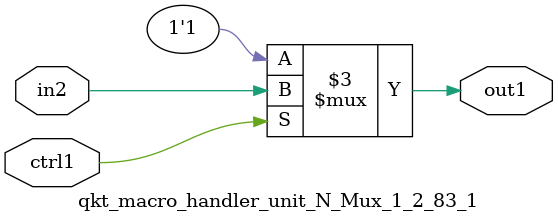
<source format=v>

`timescale 1ps / 1ps


module qkt_macro_handler_unit_N_Mux_1_2_83_1( in2, ctrl1, out1 );

    input in2;
    input ctrl1;
    output out1;
    reg out1;

    
    // rtl_process:qkt_macro_handler_unit_N_Mux_1_2_83_1/qkt_macro_handler_unit_N_Mux_1_2_83_1_thread_1
    always @*
      begin : qkt_macro_handler_unit_N_Mux_1_2_83_1_thread_1
        case (ctrl1) 
          1'b1: 
            begin
              out1 = in2;
            end
          default: 
            begin
              out1 = 1'b1;
            end
        endcase
      end

endmodule



</source>
